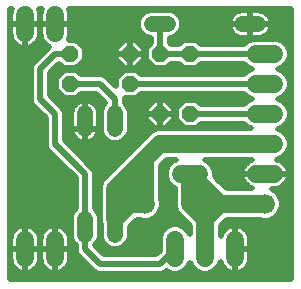
<source format=gbl>
G75*
%MOIN*%
%OFA0B0*%
%FSLAX25Y25*%
%IPPOS*%
%LPD*%
%AMOC8*
5,1,8,0,0,1.08239X$1,22.5*
%
%ADD10C,0.05200*%
%ADD11OC8,0.05200*%
%ADD12C,0.05937*%
%ADD13C,0.06000*%
%ADD14C,0.06600*%
%ADD15C,0.02000*%
D10*
X0117000Y0236800D02*
X0117000Y0242000D01*
X0127000Y0242000D02*
X0127000Y0236800D01*
X0127000Y0272000D02*
X0127000Y0277200D01*
X0117000Y0277200D02*
X0117000Y0272000D01*
X0139400Y0307000D02*
X0144600Y0307000D01*
X0169400Y0307000D02*
X0174600Y0307000D01*
D11*
X0152000Y0297000D03*
X0142000Y0297000D03*
X0132000Y0297000D03*
X0132000Y0287000D03*
X0142000Y0277000D03*
X0152000Y0277000D03*
X0112000Y0287000D03*
X0112000Y0297000D03*
D12*
X0107000Y0304031D02*
X0107000Y0309969D01*
X0097000Y0309969D02*
X0097000Y0304031D01*
X0149031Y0267000D02*
X0154969Y0267000D01*
X0154969Y0257000D02*
X0149031Y0257000D01*
X0174031Y0257000D02*
X0179969Y0257000D01*
X0179969Y0267000D02*
X0174031Y0267000D01*
X0174031Y0277000D02*
X0179969Y0277000D01*
X0179969Y0287000D02*
X0174031Y0287000D01*
X0174031Y0297000D02*
X0179969Y0297000D01*
X0107000Y0234969D02*
X0107000Y0229031D01*
X0097000Y0229031D02*
X0097000Y0234969D01*
D13*
X0127000Y0242000D02*
X0132000Y0247000D01*
X0137000Y0247000D01*
X0137000Y0262000D01*
X0142000Y0267000D01*
X0152000Y0267000D01*
X0177000Y0267000D01*
X0157000Y0252000D02*
X0157000Y0242000D01*
X0162000Y0247000D01*
X0157000Y0252000D01*
X0152000Y0257000D01*
X0152000Y0247000D01*
X0157000Y0242000D01*
X0157000Y0232000D01*
X0157000Y0242000D01*
X0162000Y0247000D02*
X0177000Y0247000D01*
X0167000Y0235000D02*
X0167000Y0229000D01*
X0157000Y0229000D02*
X0157000Y0235000D01*
X0147000Y0235000D02*
X0147000Y0229000D01*
X0137000Y0247000D02*
X0132000Y0252000D01*
X0132000Y0257000D01*
X0127000Y0252000D01*
X0127000Y0247000D01*
X0132000Y0247000D01*
X0127000Y0247000D02*
X0127000Y0242000D01*
X0132000Y0257000D02*
X0137000Y0262000D01*
D14*
X0137000Y0247000D03*
X0177000Y0247000D03*
D15*
X0092000Y0222000D02*
X0092000Y0311961D01*
X0092439Y0311961D01*
X0092396Y0311876D01*
X0092154Y0311132D01*
X0092031Y0310360D01*
X0092031Y0307000D01*
X0092031Y0303640D01*
X0092154Y0302868D01*
X0092396Y0302124D01*
X0092751Y0301427D01*
X0093210Y0300795D01*
X0093763Y0300242D01*
X0094396Y0299782D01*
X0095093Y0299427D01*
X0095837Y0299185D01*
X0096609Y0299063D01*
X0097000Y0299063D01*
X0097391Y0299063D01*
X0098163Y0299185D01*
X0098907Y0299427D01*
X0099604Y0299782D01*
X0100237Y0300242D01*
X0100790Y0300795D01*
X0101249Y0301427D01*
X0101604Y0302124D01*
X0101846Y0302868D01*
X0101968Y0303640D01*
X0101968Y0307000D01*
X0101968Y0310360D01*
X0101846Y0311132D01*
X0101604Y0311876D01*
X0101561Y0311961D01*
X0102439Y0311961D01*
X0102396Y0311876D01*
X0102154Y0311132D01*
X0102031Y0310360D01*
X0102031Y0307000D01*
X0102031Y0303640D01*
X0102154Y0302868D01*
X0102396Y0302124D01*
X0102751Y0301427D01*
X0103210Y0300795D01*
X0103763Y0300242D01*
X0104396Y0299782D01*
X0104966Y0299492D01*
X0100187Y0294713D01*
X0099287Y0293813D01*
X0098800Y0292637D01*
X0098800Y0281363D01*
X0099287Y0280187D01*
X0103800Y0275675D01*
X0103800Y0266363D01*
X0104287Y0265187D01*
X0113800Y0255675D01*
X0113800Y0245588D01*
X0112931Y0244719D01*
X0112200Y0242955D01*
X0112200Y0235845D01*
X0112931Y0234081D01*
X0113800Y0233212D01*
X0113800Y0231363D01*
X0114287Y0230187D01*
X0119287Y0225187D01*
X0120187Y0224287D01*
X0121363Y0223800D01*
X0142637Y0223800D01*
X0143813Y0224287D01*
X0144099Y0224573D01*
X0145966Y0223800D01*
X0148034Y0223800D01*
X0149946Y0224592D01*
X0151408Y0226054D01*
X0152000Y0227483D01*
X0152592Y0226054D01*
X0154054Y0224592D01*
X0155966Y0223800D01*
X0158034Y0223800D01*
X0159946Y0224592D01*
X0161408Y0226054D01*
X0162132Y0227802D01*
X0162366Y0227081D01*
X0162724Y0226379D01*
X0163186Y0225743D01*
X0163743Y0225186D01*
X0164379Y0224724D01*
X0165081Y0224366D01*
X0165829Y0224123D01*
X0166606Y0224000D01*
X0167000Y0224000D01*
X0167394Y0224000D01*
X0168171Y0224123D01*
X0168919Y0224366D01*
X0169621Y0224724D01*
X0170257Y0225186D01*
X0170814Y0225743D01*
X0171276Y0226379D01*
X0171634Y0227081D01*
X0171877Y0227829D01*
X0172000Y0228606D01*
X0172000Y0232000D01*
X0172000Y0235394D01*
X0171877Y0236171D01*
X0171634Y0236919D01*
X0171276Y0237621D01*
X0170814Y0238257D01*
X0170257Y0238814D01*
X0169621Y0239276D01*
X0168919Y0239634D01*
X0168171Y0239877D01*
X0167394Y0240000D01*
X0167000Y0240000D01*
X0167000Y0232000D01*
X0167000Y0232000D01*
X0172000Y0232000D01*
X0167000Y0232000D01*
X0167000Y0232000D01*
X0167000Y0240000D01*
X0166606Y0240000D01*
X0165829Y0239877D01*
X0165081Y0239634D01*
X0164379Y0239276D01*
X0163743Y0238814D01*
X0163186Y0238257D01*
X0162724Y0237621D01*
X0162366Y0236919D01*
X0162200Y0236407D01*
X0162200Y0239846D01*
X0164154Y0241800D01*
X0175182Y0241800D01*
X0175906Y0241500D01*
X0178094Y0241500D01*
X0180115Y0242337D01*
X0181663Y0243884D01*
X0182500Y0245906D01*
X0182500Y0248094D01*
X0181663Y0250115D01*
X0180115Y0251663D01*
X0179225Y0252031D01*
X0180360Y0252031D01*
X0181132Y0252154D01*
X0181876Y0252396D01*
X0182573Y0252751D01*
X0183205Y0253210D01*
X0183758Y0253763D01*
X0184218Y0254396D01*
X0184573Y0255093D01*
X0184815Y0255837D01*
X0184937Y0256609D01*
X0184937Y0257000D01*
X0184937Y0257391D01*
X0184815Y0258163D01*
X0184573Y0258907D01*
X0184218Y0259604D01*
X0183758Y0260237D01*
X0183205Y0260790D01*
X0182573Y0261249D01*
X0181876Y0261604D01*
X0181132Y0261846D01*
X0181060Y0261858D01*
X0182896Y0262618D01*
X0184350Y0264072D01*
X0185137Y0265972D01*
X0185137Y0268028D01*
X0184350Y0269928D01*
X0182896Y0271382D01*
X0181403Y0272000D01*
X0182896Y0272618D01*
X0184350Y0274072D01*
X0185137Y0275972D01*
X0185137Y0278028D01*
X0184350Y0279928D01*
X0182896Y0281382D01*
X0181403Y0282000D01*
X0182896Y0282618D01*
X0184350Y0284072D01*
X0185137Y0285972D01*
X0185137Y0288028D01*
X0184350Y0289928D01*
X0182896Y0291382D01*
X0181403Y0292000D01*
X0182896Y0292618D01*
X0184350Y0294072D01*
X0185137Y0295972D01*
X0185137Y0298028D01*
X0184350Y0299928D01*
X0182896Y0301382D01*
X0180997Y0302168D01*
X0173003Y0302168D01*
X0171104Y0301382D01*
X0169922Y0300200D01*
X0155588Y0300200D01*
X0153988Y0301800D01*
X0150012Y0301800D01*
X0148412Y0300200D01*
X0145588Y0300200D01*
X0145200Y0300588D01*
X0145200Y0302200D01*
X0145555Y0302200D01*
X0147319Y0302931D01*
X0148669Y0304281D01*
X0149400Y0306045D01*
X0149400Y0307955D01*
X0148669Y0309719D01*
X0147319Y0311069D01*
X0145555Y0311800D01*
X0138445Y0311800D01*
X0136681Y0311069D01*
X0135331Y0309719D01*
X0134600Y0307955D01*
X0134600Y0306045D01*
X0135331Y0304281D01*
X0136681Y0302931D01*
X0138445Y0302200D01*
X0138800Y0302200D01*
X0138800Y0300588D01*
X0137200Y0298988D01*
X0137200Y0295012D01*
X0140012Y0292200D01*
X0143988Y0292200D01*
X0145588Y0293800D01*
X0148412Y0293800D01*
X0150012Y0292200D01*
X0153988Y0292200D01*
X0155588Y0293800D01*
X0169922Y0293800D01*
X0171104Y0292618D01*
X0172597Y0292000D01*
X0171104Y0291382D01*
X0169922Y0290200D01*
X0135588Y0290200D01*
X0133988Y0291800D01*
X0130012Y0291800D01*
X0127200Y0288988D01*
X0127200Y0286325D01*
X0123813Y0289713D01*
X0122637Y0290200D01*
X0115588Y0290200D01*
X0113988Y0291800D01*
X0110012Y0291800D01*
X0107200Y0288988D01*
X0107200Y0285012D01*
X0110012Y0282200D01*
X0113988Y0282200D01*
X0115588Y0283800D01*
X0120675Y0283800D01*
X0123743Y0280731D01*
X0122931Y0279919D01*
X0122200Y0278155D01*
X0122200Y0271045D01*
X0122931Y0269281D01*
X0124281Y0267931D01*
X0126045Y0267200D01*
X0127955Y0267200D01*
X0129719Y0267931D01*
X0131069Y0269281D01*
X0131800Y0271045D01*
X0131800Y0278155D01*
X0131069Y0279919D01*
X0130200Y0280788D01*
X0130200Y0282200D01*
X0133988Y0282200D01*
X0135588Y0283800D01*
X0169922Y0283800D01*
X0171104Y0282618D01*
X0172597Y0282000D01*
X0171104Y0281382D01*
X0169922Y0280200D01*
X0155588Y0280200D01*
X0153988Y0281800D01*
X0150012Y0281800D01*
X0147200Y0278988D01*
X0147200Y0275012D01*
X0150012Y0272200D01*
X0153988Y0272200D01*
X0155588Y0273800D01*
X0169922Y0273800D01*
X0171104Y0272618D01*
X0172114Y0272200D01*
X0140966Y0272200D01*
X0139054Y0271408D01*
X0134054Y0266408D01*
X0132592Y0264946D01*
X0132592Y0264946D01*
X0129054Y0261408D01*
X0127592Y0259946D01*
X0127592Y0259946D01*
X0124054Y0256408D01*
X0122592Y0254946D01*
X0121800Y0253034D01*
X0121800Y0240966D01*
X0122200Y0240000D01*
X0122200Y0235845D01*
X0122931Y0234081D01*
X0124281Y0232731D01*
X0126045Y0232000D01*
X0127955Y0232000D01*
X0129719Y0232731D01*
X0131069Y0234081D01*
X0131800Y0235845D01*
X0131800Y0239446D01*
X0134154Y0241800D01*
X0135182Y0241800D01*
X0135906Y0241500D01*
X0138094Y0241500D01*
X0140115Y0242337D01*
X0141663Y0243884D01*
X0142500Y0245906D01*
X0142500Y0248094D01*
X0142200Y0248818D01*
X0142200Y0259846D01*
X0144154Y0261800D01*
X0147114Y0261800D01*
X0146104Y0261382D01*
X0144650Y0259928D01*
X0143863Y0258028D01*
X0143863Y0255972D01*
X0144650Y0254072D01*
X0146104Y0252618D01*
X0146800Y0252330D01*
X0146800Y0245966D01*
X0147592Y0244054D01*
X0151800Y0239846D01*
X0151800Y0237000D01*
X0151408Y0237946D01*
X0149946Y0239408D01*
X0148034Y0240200D01*
X0145966Y0240200D01*
X0144054Y0239408D01*
X0142592Y0237946D01*
X0141800Y0236034D01*
X0141800Y0231325D01*
X0140675Y0230200D01*
X0123325Y0230200D01*
X0120257Y0233269D01*
X0121069Y0234081D01*
X0121800Y0235845D01*
X0121800Y0242955D01*
X0121069Y0244719D01*
X0120200Y0245588D01*
X0120200Y0257637D01*
X0119713Y0258813D01*
X0110200Y0268325D01*
X0110200Y0277637D01*
X0109713Y0278813D01*
X0108813Y0279713D01*
X0105200Y0283325D01*
X0105200Y0290675D01*
X0108325Y0293800D01*
X0108412Y0293800D01*
X0110012Y0292200D01*
X0113988Y0292200D01*
X0116800Y0295012D01*
X0116800Y0298988D01*
X0113988Y0301800D01*
X0111439Y0301800D01*
X0111604Y0302124D01*
X0111846Y0302868D01*
X0111968Y0303640D01*
X0111968Y0307000D01*
X0111968Y0310360D01*
X0111846Y0311132D01*
X0111604Y0311876D01*
X0111561Y0311961D01*
X0185701Y0311961D01*
X0185701Y0222000D01*
X0092000Y0222000D01*
X0092000Y0223835D02*
X0121280Y0223835D01*
X0122000Y0227000D02*
X0142000Y0227000D01*
X0147000Y0232000D01*
X0141800Y0231829D02*
X0121697Y0231829D01*
X0120816Y0233827D02*
X0123184Y0233827D01*
X0122208Y0235826D02*
X0121792Y0235826D01*
X0121800Y0237824D02*
X0122200Y0237824D01*
X0122200Y0239823D02*
X0121800Y0239823D01*
X0121800Y0241821D02*
X0121800Y0241821D01*
X0121800Y0243820D02*
X0121442Y0243820D01*
X0121800Y0245818D02*
X0120200Y0245818D01*
X0120200Y0247817D02*
X0121800Y0247817D01*
X0121800Y0249815D02*
X0120200Y0249815D01*
X0120200Y0251814D02*
X0121800Y0251814D01*
X0122122Y0253812D02*
X0120200Y0253812D01*
X0120200Y0255811D02*
X0123457Y0255811D01*
X0125456Y0257809D02*
X0120128Y0257809D01*
X0118718Y0259808D02*
X0127454Y0259808D01*
X0129054Y0261408D02*
X0129054Y0261408D01*
X0129453Y0261806D02*
X0116719Y0261806D01*
X0114720Y0263805D02*
X0131451Y0263805D01*
X0133450Y0265803D02*
X0112722Y0265803D01*
X0110723Y0267802D02*
X0115107Y0267802D01*
X0115234Y0267737D02*
X0115923Y0267513D01*
X0116638Y0267400D01*
X0117000Y0267400D01*
X0117362Y0267400D01*
X0118077Y0267513D01*
X0118766Y0267737D01*
X0119411Y0268066D01*
X0119997Y0268491D01*
X0120509Y0269003D01*
X0120934Y0269589D01*
X0121263Y0270234D01*
X0121487Y0270923D01*
X0121600Y0271638D01*
X0121600Y0272000D01*
X0121600Y0277562D01*
X0121487Y0278277D01*
X0121263Y0278966D01*
X0120934Y0279611D01*
X0120509Y0280197D01*
X0119997Y0280709D01*
X0119411Y0281134D01*
X0118766Y0281463D01*
X0118077Y0281687D01*
X0117362Y0281800D01*
X0117000Y0281800D01*
X0117000Y0272000D01*
X0121600Y0272000D01*
X0117000Y0272000D01*
X0117000Y0272000D01*
X0117000Y0272000D01*
X0117000Y0267400D01*
X0117000Y0272000D01*
X0117000Y0272000D01*
X0117000Y0272000D01*
X0112400Y0272000D01*
X0112400Y0277562D01*
X0112513Y0278277D01*
X0112737Y0278966D01*
X0113066Y0279611D01*
X0113491Y0280197D01*
X0114003Y0280709D01*
X0114589Y0281134D01*
X0115234Y0281463D01*
X0115923Y0281687D01*
X0116638Y0281800D01*
X0117000Y0281800D01*
X0117000Y0272000D01*
X0112400Y0272000D01*
X0112400Y0271638D01*
X0112513Y0270923D01*
X0112737Y0270234D01*
X0113066Y0269589D01*
X0113491Y0269003D01*
X0114003Y0268491D01*
X0114589Y0268066D01*
X0115234Y0267737D01*
X0117000Y0267802D02*
X0117000Y0267802D01*
X0118893Y0267802D02*
X0124592Y0267802D01*
X0122716Y0269801D02*
X0121042Y0269801D01*
X0121600Y0271799D02*
X0122200Y0271799D01*
X0122200Y0273798D02*
X0121600Y0273798D01*
X0121600Y0275796D02*
X0122200Y0275796D01*
X0122200Y0277795D02*
X0121563Y0277795D01*
X0120802Y0279793D02*
X0122879Y0279793D01*
X0122683Y0281792D02*
X0117415Y0281792D01*
X0117000Y0281792D02*
X0117000Y0281792D01*
X0116585Y0281792D02*
X0106734Y0281792D01*
X0105200Y0283790D02*
X0108422Y0283790D01*
X0107200Y0285789D02*
X0105200Y0285789D01*
X0105200Y0287787D02*
X0107200Y0287787D01*
X0107997Y0289786D02*
X0105200Y0289786D01*
X0106310Y0291784D02*
X0109996Y0291784D01*
X0108429Y0293783D02*
X0108308Y0293783D01*
X0107000Y0297000D02*
X0102000Y0292000D01*
X0102000Y0282000D01*
X0107000Y0277000D01*
X0107000Y0267000D01*
X0117000Y0257000D01*
X0117000Y0242000D01*
X0117000Y0232000D01*
X0122000Y0227000D01*
X0118641Y0225833D02*
X0110818Y0225833D01*
X0110790Y0225795D02*
X0111249Y0226427D01*
X0111604Y0227124D01*
X0111846Y0227868D01*
X0111968Y0228640D01*
X0111968Y0232000D01*
X0111968Y0235360D01*
X0111846Y0236132D01*
X0111604Y0236876D01*
X0111249Y0237573D01*
X0110790Y0238205D01*
X0110237Y0238758D01*
X0109604Y0239218D01*
X0108907Y0239573D01*
X0108163Y0239815D01*
X0107391Y0239937D01*
X0107000Y0239937D01*
X0107000Y0232000D01*
X0107000Y0232000D01*
X0111968Y0232000D01*
X0107000Y0232000D01*
X0107000Y0232000D01*
X0107000Y0232000D01*
X0102031Y0232000D01*
X0102031Y0228640D01*
X0102154Y0227868D01*
X0102396Y0227124D01*
X0102751Y0226427D01*
X0103210Y0225795D01*
X0103763Y0225242D01*
X0104396Y0224782D01*
X0105093Y0224427D01*
X0105837Y0224185D01*
X0106609Y0224063D01*
X0107000Y0224063D01*
X0107391Y0224063D01*
X0108163Y0224185D01*
X0108907Y0224427D01*
X0109604Y0224782D01*
X0110237Y0225242D01*
X0110790Y0225795D01*
X0111834Y0227832D02*
X0116643Y0227832D01*
X0114644Y0229830D02*
X0111968Y0229830D01*
X0111968Y0231829D02*
X0113800Y0231829D01*
X0113184Y0233827D02*
X0111968Y0233827D01*
X0111895Y0235826D02*
X0112208Y0235826D01*
X0112200Y0237824D02*
X0111067Y0237824D01*
X0112200Y0239823D02*
X0108112Y0239823D01*
X0107000Y0239823D02*
X0107000Y0239823D01*
X0107000Y0239937D02*
X0106609Y0239937D01*
X0105837Y0239815D01*
X0105093Y0239573D01*
X0104396Y0239218D01*
X0103763Y0238758D01*
X0103210Y0238205D01*
X0102751Y0237573D01*
X0102396Y0236876D01*
X0102154Y0236132D01*
X0102031Y0235360D01*
X0102031Y0232000D01*
X0107000Y0232000D01*
X0107000Y0239937D01*
X0105888Y0239823D02*
X0098112Y0239823D01*
X0098163Y0239815D02*
X0097391Y0239937D01*
X0097000Y0239937D01*
X0097000Y0232000D01*
X0097000Y0232000D01*
X0101968Y0232000D01*
X0101968Y0235360D01*
X0101846Y0236132D01*
X0101604Y0236876D01*
X0101249Y0237573D01*
X0100790Y0238205D01*
X0100237Y0238758D01*
X0099604Y0239218D01*
X0098907Y0239573D01*
X0098163Y0239815D01*
X0097000Y0239823D02*
X0097000Y0239823D01*
X0097000Y0239937D02*
X0096609Y0239937D01*
X0095837Y0239815D01*
X0095093Y0239573D01*
X0094396Y0239218D01*
X0093763Y0238758D01*
X0093210Y0238205D01*
X0092751Y0237573D01*
X0092396Y0236876D01*
X0092154Y0236132D01*
X0092031Y0235360D01*
X0092031Y0232000D01*
X0092031Y0228640D01*
X0092154Y0227868D01*
X0092396Y0227124D01*
X0092751Y0226427D01*
X0093210Y0225795D01*
X0093763Y0225242D01*
X0094396Y0224782D01*
X0095093Y0224427D01*
X0095837Y0224185D01*
X0096609Y0224063D01*
X0097000Y0224063D01*
X0097391Y0224063D01*
X0098163Y0224185D01*
X0098907Y0224427D01*
X0099604Y0224782D01*
X0100237Y0225242D01*
X0100790Y0225795D01*
X0101249Y0226427D01*
X0101604Y0227124D01*
X0101846Y0227868D01*
X0101968Y0228640D01*
X0101968Y0232000D01*
X0097000Y0232000D01*
X0097000Y0232000D01*
X0097000Y0232000D01*
X0092031Y0232000D01*
X0097000Y0232000D01*
X0097000Y0239937D01*
X0095888Y0239823D02*
X0092000Y0239823D01*
X0092000Y0241821D02*
X0112200Y0241821D01*
X0112558Y0243820D02*
X0092000Y0243820D01*
X0092000Y0245818D02*
X0113800Y0245818D01*
X0113800Y0247817D02*
X0092000Y0247817D01*
X0092000Y0249815D02*
X0113800Y0249815D01*
X0113800Y0251814D02*
X0092000Y0251814D01*
X0092000Y0253812D02*
X0113800Y0253812D01*
X0113664Y0255811D02*
X0092000Y0255811D01*
X0092000Y0257809D02*
X0111665Y0257809D01*
X0109667Y0259808D02*
X0092000Y0259808D01*
X0092000Y0261806D02*
X0107668Y0261806D01*
X0105670Y0263805D02*
X0092000Y0263805D01*
X0092000Y0265803D02*
X0104032Y0265803D01*
X0103800Y0267802D02*
X0092000Y0267802D01*
X0092000Y0269801D02*
X0103800Y0269801D01*
X0103800Y0271799D02*
X0092000Y0271799D01*
X0092000Y0273798D02*
X0103800Y0273798D01*
X0103678Y0275796D02*
X0092000Y0275796D01*
X0092000Y0277795D02*
X0101680Y0277795D01*
X0099681Y0279793D02*
X0092000Y0279793D01*
X0092000Y0281792D02*
X0098800Y0281792D01*
X0098800Y0283790D02*
X0092000Y0283790D01*
X0092000Y0285789D02*
X0098800Y0285789D01*
X0098800Y0287787D02*
X0092000Y0287787D01*
X0092000Y0289786D02*
X0098800Y0289786D01*
X0098800Y0291784D02*
X0092000Y0291784D01*
X0092000Y0293783D02*
X0099275Y0293783D01*
X0101256Y0295781D02*
X0092000Y0295781D01*
X0092000Y0297780D02*
X0103254Y0297780D01*
X0104404Y0299778D02*
X0099596Y0299778D01*
X0097000Y0299778D02*
X0097000Y0299778D01*
X0097000Y0299063D02*
X0097000Y0307000D01*
X0101968Y0307000D01*
X0097000Y0307000D01*
X0097000Y0307000D01*
X0097000Y0307000D01*
X0097000Y0307000D01*
X0092031Y0307000D01*
X0097000Y0307000D01*
X0097000Y0299063D01*
X0094404Y0299778D02*
X0092000Y0299778D01*
X0092000Y0301777D02*
X0092573Y0301777D01*
X0092031Y0303775D02*
X0092000Y0303775D01*
X0092000Y0305774D02*
X0092031Y0305774D01*
X0092000Y0307772D02*
X0092031Y0307772D01*
X0092000Y0309771D02*
X0092031Y0309771D01*
X0092000Y0311769D02*
X0092361Y0311769D01*
X0097000Y0305774D02*
X0097000Y0305774D01*
X0097000Y0303775D02*
X0097000Y0303775D01*
X0097000Y0301777D02*
X0097000Y0301777D01*
X0101427Y0301777D02*
X0102573Y0301777D01*
X0102031Y0303775D02*
X0101968Y0303775D01*
X0101968Y0305774D02*
X0102031Y0305774D01*
X0102031Y0307000D02*
X0107000Y0307000D01*
X0111968Y0307000D01*
X0107000Y0307000D01*
X0107000Y0307000D01*
X0107000Y0307000D01*
X0102031Y0307000D01*
X0102031Y0307772D02*
X0101968Y0307772D01*
X0101968Y0309771D02*
X0102031Y0309771D01*
X0102361Y0311769D02*
X0101639Y0311769D01*
X0111639Y0311769D02*
X0138371Y0311769D01*
X0135383Y0309771D02*
X0111968Y0309771D01*
X0111968Y0307772D02*
X0134600Y0307772D01*
X0134712Y0305774D02*
X0111968Y0305774D01*
X0111968Y0303775D02*
X0135837Y0303775D01*
X0133905Y0301600D02*
X0132000Y0301600D01*
X0132000Y0297000D01*
X0136600Y0297000D01*
X0136600Y0298905D01*
X0133905Y0301600D01*
X0132000Y0301600D02*
X0130095Y0301600D01*
X0127400Y0298905D01*
X0127400Y0297000D01*
X0132000Y0297000D01*
X0132000Y0297000D01*
X0132000Y0297000D01*
X0132000Y0297000D01*
X0132000Y0301600D01*
X0132000Y0299778D02*
X0132000Y0299778D01*
X0132000Y0297780D02*
X0132000Y0297780D01*
X0132000Y0297000D02*
X0136600Y0297000D01*
X0136600Y0295095D01*
X0133905Y0292400D01*
X0132000Y0292400D01*
X0132000Y0297000D01*
X0132000Y0297000D01*
X0132000Y0292400D01*
X0130095Y0292400D01*
X0127400Y0295095D01*
X0127400Y0297000D01*
X0132000Y0297000D01*
X0132000Y0295781D02*
X0132000Y0295781D01*
X0132000Y0293783D02*
X0132000Y0293783D01*
X0134004Y0291784D02*
X0172076Y0291784D01*
X0169939Y0293783D02*
X0155571Y0293783D01*
X0152000Y0297000D02*
X0177000Y0297000D01*
X0175677Y0302513D02*
X0174962Y0302400D01*
X0172000Y0302400D01*
X0172000Y0307000D01*
X0172000Y0307000D01*
X0172000Y0311600D01*
X0174962Y0311600D01*
X0175677Y0311487D01*
X0176366Y0311263D01*
X0177011Y0310934D01*
X0177597Y0310509D01*
X0178109Y0309997D01*
X0178534Y0309411D01*
X0178863Y0308766D01*
X0179087Y0308077D01*
X0179200Y0307362D01*
X0179200Y0307000D01*
X0172000Y0307000D01*
X0172000Y0307000D01*
X0172000Y0307000D01*
X0172000Y0307000D01*
X0164800Y0307000D01*
X0164800Y0307362D01*
X0164913Y0308077D01*
X0165137Y0308766D01*
X0165466Y0309411D01*
X0165891Y0309997D01*
X0166403Y0310509D01*
X0166989Y0310934D01*
X0167634Y0311263D01*
X0168323Y0311487D01*
X0169038Y0311600D01*
X0172000Y0311600D01*
X0172000Y0307000D01*
X0179200Y0307000D01*
X0179200Y0306638D01*
X0179087Y0305923D01*
X0178863Y0305234D01*
X0178534Y0304589D01*
X0178109Y0304003D01*
X0177597Y0303491D01*
X0177011Y0303066D01*
X0176366Y0302737D01*
X0175677Y0302513D01*
X0177881Y0303775D02*
X0185701Y0303775D01*
X0185701Y0301777D02*
X0181942Y0301777D01*
X0184412Y0299778D02*
X0185701Y0299778D01*
X0185701Y0297780D02*
X0185137Y0297780D01*
X0185058Y0295781D02*
X0185701Y0295781D01*
X0185701Y0293783D02*
X0184061Y0293783D01*
X0185701Y0291784D02*
X0181924Y0291784D01*
X0184409Y0289786D02*
X0185701Y0289786D01*
X0185701Y0287787D02*
X0185137Y0287787D01*
X0185061Y0285789D02*
X0185701Y0285789D01*
X0185701Y0283790D02*
X0184068Y0283790D01*
X0185701Y0281792D02*
X0181907Y0281792D01*
X0184406Y0279793D02*
X0185701Y0279793D01*
X0185701Y0277795D02*
X0185137Y0277795D01*
X0185064Y0275796D02*
X0185701Y0275796D01*
X0185701Y0273798D02*
X0184075Y0273798D01*
X0185701Y0271799D02*
X0181889Y0271799D01*
X0184403Y0269801D02*
X0185701Y0269801D01*
X0185701Y0267802D02*
X0185137Y0267802D01*
X0185067Y0265803D02*
X0185701Y0265803D01*
X0185701Y0263805D02*
X0184083Y0263805D01*
X0185701Y0261806D02*
X0181254Y0261806D01*
X0184070Y0259808D02*
X0185701Y0259808D01*
X0185701Y0257809D02*
X0184871Y0257809D01*
X0184937Y0257000D02*
X0177000Y0257000D01*
X0177000Y0257000D01*
X0177000Y0257000D01*
X0169063Y0257000D01*
X0169063Y0257391D01*
X0169185Y0258163D01*
X0169427Y0258907D01*
X0169782Y0259604D01*
X0170242Y0260237D01*
X0170795Y0260790D01*
X0171427Y0261249D01*
X0172124Y0261604D01*
X0172726Y0261800D01*
X0156886Y0261800D01*
X0157896Y0261382D01*
X0159350Y0259928D01*
X0160137Y0258028D01*
X0160137Y0256217D01*
X0161408Y0254946D01*
X0164154Y0252200D01*
X0172726Y0252200D01*
X0172124Y0252396D01*
X0171427Y0252751D01*
X0170795Y0253210D01*
X0170242Y0253763D01*
X0169782Y0254396D01*
X0169427Y0255093D01*
X0169185Y0255837D01*
X0169063Y0256609D01*
X0169063Y0257000D01*
X0177000Y0257000D01*
X0184937Y0257000D01*
X0184806Y0255811D02*
X0185701Y0255811D01*
X0185701Y0253812D02*
X0183794Y0253812D01*
X0185701Y0251814D02*
X0179750Y0251814D01*
X0181787Y0249815D02*
X0185701Y0249815D01*
X0185701Y0247817D02*
X0182500Y0247817D01*
X0182464Y0245818D02*
X0185701Y0245818D01*
X0185701Y0243820D02*
X0181598Y0243820D01*
X0178870Y0241821D02*
X0185701Y0241821D01*
X0185701Y0239823D02*
X0168337Y0239823D01*
X0167000Y0239823D02*
X0167000Y0239823D01*
X0165663Y0239823D02*
X0162200Y0239823D01*
X0162200Y0237824D02*
X0162872Y0237824D01*
X0167000Y0237824D02*
X0167000Y0237824D01*
X0167000Y0235826D02*
X0167000Y0235826D01*
X0167000Y0233827D02*
X0167000Y0233827D01*
X0167000Y0232000D02*
X0167000Y0224000D01*
X0167000Y0232000D01*
X0167000Y0232000D01*
X0167000Y0231829D02*
X0167000Y0231829D01*
X0167000Y0229830D02*
X0167000Y0229830D01*
X0167000Y0227832D02*
X0167000Y0227832D01*
X0167000Y0225833D02*
X0167000Y0225833D01*
X0170880Y0225833D02*
X0185701Y0225833D01*
X0185701Y0223835D02*
X0158118Y0223835D01*
X0155882Y0223835D02*
X0148118Y0223835D01*
X0145882Y0223835D02*
X0142720Y0223835D01*
X0151187Y0225833D02*
X0152813Y0225833D01*
X0161187Y0225833D02*
X0163120Y0225833D01*
X0171877Y0227832D02*
X0185701Y0227832D01*
X0185701Y0229830D02*
X0172000Y0229830D01*
X0172000Y0231829D02*
X0185701Y0231829D01*
X0185701Y0233827D02*
X0172000Y0233827D01*
X0171932Y0235826D02*
X0185701Y0235826D01*
X0185701Y0237824D02*
X0171128Y0237824D01*
X0170206Y0253812D02*
X0162541Y0253812D01*
X0160543Y0255811D02*
X0169194Y0255811D01*
X0169129Y0257809D02*
X0160137Y0257809D01*
X0159400Y0259808D02*
X0169930Y0259808D01*
X0169925Y0273798D02*
X0155586Y0273798D01*
X0152000Y0277000D02*
X0177000Y0277000D01*
X0172093Y0281792D02*
X0153997Y0281792D01*
X0150003Y0281792D02*
X0130200Y0281792D01*
X0131121Y0279793D02*
X0138288Y0279793D01*
X0137400Y0278905D02*
X0137400Y0277000D01*
X0142000Y0277000D01*
X0142000Y0277000D01*
X0142000Y0281600D01*
X0143905Y0281600D01*
X0146600Y0278905D01*
X0146600Y0277000D01*
X0142000Y0277000D01*
X0142000Y0277000D01*
X0142000Y0277000D01*
X0142000Y0281600D01*
X0140095Y0281600D01*
X0137400Y0278905D01*
X0137400Y0277795D02*
X0131800Y0277795D01*
X0131800Y0275796D02*
X0137400Y0275796D01*
X0137400Y0275095D02*
X0140095Y0272400D01*
X0142000Y0272400D01*
X0143905Y0272400D01*
X0146600Y0275095D01*
X0146600Y0277000D01*
X0142000Y0277000D01*
X0142000Y0272400D01*
X0142000Y0277000D01*
X0142000Y0277000D01*
X0137400Y0277000D01*
X0137400Y0275095D01*
X0138697Y0273798D02*
X0131800Y0273798D01*
X0131800Y0271799D02*
X0139998Y0271799D01*
X0142000Y0273798D02*
X0142000Y0273798D01*
X0142000Y0275796D02*
X0142000Y0275796D01*
X0142000Y0277795D02*
X0142000Y0277795D01*
X0142000Y0279793D02*
X0142000Y0279793D01*
X0145712Y0279793D02*
X0148005Y0279793D01*
X0147200Y0277795D02*
X0146600Y0277795D01*
X0146600Y0275796D02*
X0147200Y0275796D01*
X0148414Y0273798D02*
X0145303Y0273798D01*
X0137447Y0269801D02*
X0131284Y0269801D01*
X0129408Y0267802D02*
X0135448Y0267802D01*
X0134054Y0266408D02*
X0134054Y0266408D01*
X0127000Y0272000D02*
X0127000Y0282000D01*
X0122000Y0287000D01*
X0112000Y0287000D01*
X0115578Y0283790D02*
X0120684Y0283790D01*
X0117000Y0279793D02*
X0117000Y0279793D01*
X0117000Y0277795D02*
X0117000Y0277795D01*
X0117000Y0275796D02*
X0117000Y0275796D01*
X0117000Y0273798D02*
X0117000Y0273798D01*
X0117000Y0271799D02*
X0117000Y0271799D01*
X0117000Y0269801D02*
X0117000Y0269801D01*
X0112958Y0269801D02*
X0110200Y0269801D01*
X0110200Y0271799D02*
X0112400Y0271799D01*
X0112400Y0273798D02*
X0110200Y0273798D01*
X0110200Y0275796D02*
X0112400Y0275796D01*
X0112437Y0277795D02*
X0110135Y0277795D01*
X0108732Y0279793D02*
X0113198Y0279793D01*
X0123637Y0289786D02*
X0127997Y0289786D01*
X0127200Y0287787D02*
X0125738Y0287787D01*
X0129996Y0291784D02*
X0114004Y0291784D01*
X0115571Y0293783D02*
X0128712Y0293783D01*
X0127400Y0295781D02*
X0116800Y0295781D01*
X0116800Y0297780D02*
X0127400Y0297780D01*
X0128273Y0299778D02*
X0116010Y0299778D01*
X0114012Y0301777D02*
X0138800Y0301777D01*
X0137990Y0299778D02*
X0135727Y0299778D01*
X0136600Y0297780D02*
X0137200Y0297780D01*
X0137200Y0295781D02*
X0136600Y0295781D01*
X0135288Y0293783D02*
X0138429Y0293783D01*
X0142000Y0297000D02*
X0142000Y0307000D01*
X0145629Y0311769D02*
X0185701Y0311769D01*
X0185701Y0309771D02*
X0178273Y0309771D01*
X0179135Y0307772D02*
X0185701Y0307772D01*
X0185701Y0305774D02*
X0179038Y0305774D01*
X0172000Y0305774D02*
X0172000Y0305774D01*
X0172000Y0307000D02*
X0172000Y0302400D01*
X0169038Y0302400D01*
X0168323Y0302513D01*
X0167634Y0302737D01*
X0166989Y0303066D01*
X0166403Y0303491D01*
X0165891Y0304003D01*
X0165466Y0304589D01*
X0165137Y0305234D01*
X0164913Y0305923D01*
X0164800Y0306638D01*
X0164800Y0307000D01*
X0172000Y0307000D01*
X0172000Y0307772D02*
X0172000Y0307772D01*
X0172000Y0309771D02*
X0172000Y0309771D01*
X0172000Y0303775D02*
X0172000Y0303775D01*
X0172058Y0301777D02*
X0154012Y0301777D01*
X0149988Y0301777D02*
X0145200Y0301777D01*
X0148163Y0303775D02*
X0166119Y0303775D01*
X0164962Y0305774D02*
X0149288Y0305774D01*
X0149400Y0307772D02*
X0164865Y0307772D01*
X0165727Y0309771D02*
X0148617Y0309771D01*
X0152000Y0297000D02*
X0142000Y0297000D01*
X0145571Y0293783D02*
X0148429Y0293783D01*
X0135578Y0283790D02*
X0169932Y0283790D01*
X0177000Y0287000D02*
X0132000Y0287000D01*
X0112000Y0297000D02*
X0107000Y0297000D01*
X0142200Y0259808D02*
X0144600Y0259808D01*
X0143863Y0257809D02*
X0142200Y0257809D01*
X0142200Y0255811D02*
X0143930Y0255811D01*
X0144910Y0253812D02*
X0142200Y0253812D01*
X0142200Y0251814D02*
X0146800Y0251814D01*
X0146800Y0249815D02*
X0142200Y0249815D01*
X0142500Y0247817D02*
X0146800Y0247817D01*
X0146861Y0245818D02*
X0142464Y0245818D01*
X0141598Y0243820D02*
X0147826Y0243820D01*
X0149825Y0241821D02*
X0138870Y0241821D01*
X0142541Y0237824D02*
X0131800Y0237824D01*
X0131792Y0235826D02*
X0141800Y0235826D01*
X0141800Y0233827D02*
X0130816Y0233827D01*
X0132177Y0239823D02*
X0145055Y0239823D01*
X0148945Y0239823D02*
X0151800Y0239823D01*
X0151800Y0237824D02*
X0151459Y0237824D01*
X0107000Y0237824D02*
X0107000Y0237824D01*
X0107000Y0235826D02*
X0107000Y0235826D01*
X0107000Y0233827D02*
X0107000Y0233827D01*
X0107000Y0232000D02*
X0107000Y0224063D01*
X0107000Y0232000D01*
X0107000Y0232000D01*
X0107000Y0231829D02*
X0107000Y0231829D01*
X0107000Y0229830D02*
X0107000Y0229830D01*
X0107000Y0227832D02*
X0107000Y0227832D01*
X0107000Y0225833D02*
X0107000Y0225833D01*
X0103182Y0225833D02*
X0100818Y0225833D01*
X0101834Y0227832D02*
X0102166Y0227832D01*
X0102031Y0229830D02*
X0101968Y0229830D01*
X0101968Y0231829D02*
X0102031Y0231829D01*
X0101968Y0233827D02*
X0102031Y0233827D01*
X0102105Y0235826D02*
X0101895Y0235826D01*
X0101067Y0237824D02*
X0102933Y0237824D01*
X0097000Y0237824D02*
X0097000Y0237824D01*
X0097000Y0235826D02*
X0097000Y0235826D01*
X0097000Y0233827D02*
X0097000Y0233827D01*
X0097000Y0232000D02*
X0097000Y0224063D01*
X0097000Y0232000D01*
X0097000Y0232000D01*
X0097000Y0231829D02*
X0097000Y0231829D01*
X0097000Y0229830D02*
X0097000Y0229830D01*
X0097000Y0227832D02*
X0097000Y0227832D01*
X0097000Y0225833D02*
X0097000Y0225833D01*
X0093182Y0225833D02*
X0092000Y0225833D01*
X0092000Y0227832D02*
X0092166Y0227832D01*
X0092031Y0229830D02*
X0092000Y0229830D01*
X0092000Y0231829D02*
X0092031Y0231829D01*
X0092000Y0233827D02*
X0092031Y0233827D01*
X0092000Y0235826D02*
X0092105Y0235826D01*
X0092000Y0237824D02*
X0092933Y0237824D01*
M02*

</source>
